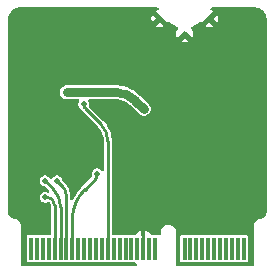
<source format=gbr>
%TF.GenerationSoftware,KiCad,Pcbnew,9.0.0*%
%TF.CreationDate,2025-05-22T16:07:54+04:00*%
%TF.ProjectId,02_03_sensor_IMU_BMI088,30325f30-335f-4736-956e-736f725f494d,rev?*%
%TF.SameCoordinates,Original*%
%TF.FileFunction,Copper,L2,Bot*%
%TF.FilePolarity,Positive*%
%FSLAX46Y46*%
G04 Gerber Fmt 4.6, Leading zero omitted, Abs format (unit mm)*
G04 Created by KiCad (PCBNEW 9.0.0) date 2025-05-22 16:07:54*
%MOMM*%
%LPD*%
G01*
G04 APERTURE LIST*
%TA.AperFunction,SMDPad,CuDef*%
%ADD10R,0.350000X1.950000*%
%TD*%
%TA.AperFunction,ComponentPad*%
%ADD11C,0.454000*%
%TD*%
%TA.AperFunction,ViaPad*%
%ADD12C,0.500000*%
%TD*%
%TA.AperFunction,Conductor*%
%ADD13C,0.250000*%
%TD*%
%TA.AperFunction,Conductor*%
%ADD14C,0.750000*%
%TD*%
G04 APERTURE END LIST*
D10*
%TO.P,J1,2,3.3V*%
%TO.N,+3V3*%
X157501100Y-112840617D03*
%TO.P,J1,4,3.3V_EN*%
%TO.N,/3.3V_EN*%
X157001100Y-112840617D03*
%TO.P,J1,6,~{RESET}*%
%TO.N,+5V*%
X156501100Y-112840617D03*
%TO.P,J1,8,G11*%
%TO.N,/G11-SWO*%
X156001100Y-112840617D03*
%TO.P,J1,10,D0*%
%TO.N,/D0*%
X155501100Y-112840617D03*
%TO.P,J1,12,I2C_SDA*%
%TO.N,unconnected-(J1-I2C_SDA-Pad12)*%
X155001100Y-112840617D03*
%TO.P,J1,14,I2C_SCL*%
%TO.N,unconnected-(J1-I2C_SCL-Pad14)*%
X154501100Y-112840617D03*
%TO.P,J1,16,I2C_~{INT}*%
%TO.N,/I2C_~{INT}*%
X154001100Y-112840617D03*
%TO.P,J1,18,D1/CAM_TRIG*%
%TO.N,/D1-CAM_TRIG*%
X153501100Y-112840617D03*
%TO.P,J1,20,RX2*%
%TO.N,/UART_RX2*%
X153001100Y-112840617D03*
%TO.P,J1,22,TX2*%
%TO.N,/UART_TX2*%
X152501100Y-112840617D03*
%TO.P,J1,32,PWM0*%
%TO.N,/PWM0*%
X150001100Y-112840617D03*
%TO.P,J1,34,A0*%
%TO.N,/A0*%
X149501100Y-112840617D03*
%TO.P,J1,36,GND*%
%TO.N,GND*%
X149001100Y-112840617D03*
%TO.P,J1,38,A1*%
%TO.N,/A1*%
X148501100Y-112840617D03*
%TO.P,J1,40,G0/BUS0*%
%TO.N,/G0*%
X148001100Y-112840617D03*
%TO.P,J1,42,G1/BUS1*%
%TO.N,BMI088_pwr_cyc*%
X147501100Y-112840617D03*
%TO.P,J1,44,G2/BUS2*%
%TO.N,BMI088_INT1_ACCEL*%
X147001100Y-112840617D03*
%TO.P,J1,46,G3/BUS3*%
%TO.N,BMI088_INT3_GYRO*%
X146501100Y-112840617D03*
%TO.P,J1,48,G4/BUS4*%
%TO.N,BMI088_CS_GYRO*%
X146001100Y-112840617D03*
%TO.P,J1,50,AUD_BCLK*%
%TO.N,/AUD_BCLK*%
X145501100Y-112840617D03*
%TO.P,J1,52,AUD_LRCLK*%
%TO.N,/AUD_LRCLK*%
X145001100Y-112840617D03*
%TO.P,J1,54,AUD_IN/CAM_PCLK*%
%TO.N,/AUD_IN-CAM_PCLK*%
X144501100Y-112840617D03*
%TO.P,J1,56,AUD_OUT/CAM_MCLK*%
%TO.N,/AUD_OUT-CAM_MCLK*%
X144001100Y-112840617D03*
%TO.P,J1,58,AUD_MCLK*%
%TO.N,/AUD_MCLK*%
X143501100Y-112840617D03*
%TO.P,J1,60,SPI_SCK1/SDIO_CLK*%
%TO.N,BMI088_MOSI*%
X143001100Y-112840617D03*
%TO.P,J1,62,SPI_SDO1/SDIO_CMD*%
%TO.N,BMI088_MISO*%
X142501100Y-112840617D03*
%TO.P,J1,64,SPI_SDI1/SDIO_DATA0*%
%TO.N,BMI088_SCK*%
X142001100Y-112840617D03*
%TO.P,J1,66,SDIO_DATA1*%
%TO.N,BMI088_CS_ACCEL*%
X141501100Y-112840617D03*
%TO.P,J1,68,SDIO_DATA2*%
%TO.N,/SDIO_DATA2*%
X141001100Y-112840617D03*
%TO.P,J1,70,SPI_~{CS1}/SDIO_DATA3*%
%TO.N,/SDIO_DATA3-~{SPI_CS1}*%
X140501100Y-112840617D03*
%TO.P,J1,72,RTC_3V*%
%TO.N,/RTC_3V_BATT*%
X140001100Y-112840617D03*
%TO.P,J1,74,3.3V*%
%TO.N,+3V3*%
X139501100Y-112840617D03*
D11*
%TO.P,J1,GND1,GND*%
%TO.N,GND*%
X150401100Y-93365617D03*
%TO.P,J1,GND2,GND*%
X152501100Y-94665617D03*
%TO.P,J1,GND3,GND*%
X154601100Y-93365617D03*
%TD*%
D12*
%TO.N,+3V3*%
X142526000Y-99600000D03*
X149048103Y-101028096D03*
%TO.N,BMI088_CS_ACCEL*%
X140700000Y-108500000D03*
%TO.N,BMI088_CS_GYRO*%
X143955000Y-100600000D03*
%TO.N,BMI088_MISO*%
X141700000Y-107100000D03*
%TO.N,BMI088_MOSI*%
X145100000Y-106500000D03*
%TO.N,BMI088_SCK*%
X140700000Y-107100000D03*
%TD*%
D13*
%TO.N,BMI088_CS_GYRO*%
X143955000Y-100727500D02*
G75*
G03*
X144045159Y-100945153I307800J0D01*
G01*
D14*
%TO.N,+3V3*%
X148334055Y-100314048D02*
G75*
G03*
X146610190Y-99600003I-1723855J-1723852D01*
G01*
X149048103Y-101028096D02*
X148334055Y-100314048D01*
X146610190Y-99600000D02*
X142526000Y-99600000D01*
D13*
%TO.N,BMI088_CS_ACCEL*%
X140700000Y-108500000D02*
X140900000Y-108500000D01*
X141300550Y-108700550D02*
X141241421Y-108641421D01*
X141501100Y-109184720D02*
X141501100Y-112840617D01*
X141241421Y-108641421D02*
G75*
G03*
X140900000Y-108499987I-341421J-341379D01*
G01*
X141501100Y-109184720D02*
G75*
G03*
X141300556Y-108700544I-684700J20D01*
G01*
%TO.N,BMI088_CS_GYRO*%
X143955000Y-100600000D02*
X143955000Y-100727500D01*
X146001100Y-103750405D02*
X146001100Y-112840617D01*
X144045156Y-100945156D02*
X145400550Y-102300550D01*
X145400550Y-102300550D02*
G75*
G02*
X146001098Y-103750405I-1449850J-1449850D01*
G01*
%TO.N,BMI088_MISO*%
X142150550Y-107550550D02*
X141800000Y-107200000D01*
X142501100Y-108396852D02*
X142501100Y-112840617D01*
X142150550Y-107550550D02*
G75*
G02*
X142501149Y-108396852I-846250J-846350D01*
G01*
%TO.N,BMI088_MOSI*%
X143001100Y-110383046D02*
X143001100Y-112840617D01*
X144993933Y-106906066D02*
X144050550Y-107849450D01*
X145100000Y-106650000D02*
X145100000Y-106500000D01*
X144050550Y-107849450D02*
G75*
G03*
X143001119Y-110383046I2533550J-2533550D01*
G01*
X144993933Y-106906066D02*
G75*
G03*
X145100009Y-106650000I-256033J256066D01*
G01*
%TO.N,BMI088_SCK*%
X140700000Y-107100000D02*
X141350550Y-107750550D01*
X142001100Y-109321116D02*
X142001100Y-112840617D01*
X142001100Y-109321116D02*
G75*
G03*
X141350555Y-107750545I-2221100J16D01*
G01*
%TD*%
%TA.AperFunction,Conductor*%
%TO.N,GND*%
G36*
X150256125Y-92435802D02*
G01*
X150301880Y-92488606D01*
X150311824Y-92557764D01*
X150282799Y-92621320D01*
X150224021Y-92659094D01*
X150213277Y-92661734D01*
X150189049Y-92666553D01*
X150071678Y-92715168D01*
X150561613Y-93205104D01*
X151051547Y-93695038D01*
X151055949Y-93694162D01*
X151091477Y-93650076D01*
X151157771Y-93628010D01*
X151225470Y-93645288D01*
X151243401Y-93658218D01*
X151419344Y-93810673D01*
X151419350Y-93810677D01*
X151635996Y-93949907D01*
X151636019Y-93949920D01*
X151862774Y-94053475D01*
X151915578Y-94099229D01*
X151935263Y-94166269D01*
X151915579Y-94233308D01*
X151914366Y-94235159D01*
X151856840Y-94321254D01*
X151802038Y-94453558D01*
X151802036Y-94453566D01*
X151774100Y-94594009D01*
X151774100Y-94737224D01*
X151802035Y-94877667D01*
X151802038Y-94877676D01*
X151850650Y-94995037D01*
X152252905Y-94592784D01*
X152314228Y-94559299D01*
X152383920Y-94564283D01*
X152428267Y-94592784D01*
X152430389Y-94594906D01*
X152416324Y-94608972D01*
X152401100Y-94645726D01*
X152401100Y-94685508D01*
X152416324Y-94722262D01*
X152444455Y-94750393D01*
X152481209Y-94765617D01*
X152520991Y-94765617D01*
X152557745Y-94750393D01*
X152585876Y-94722262D01*
X152601100Y-94685508D01*
X152601100Y-94645726D01*
X152585876Y-94608972D01*
X152571810Y-94594906D01*
X152573932Y-94592785D01*
X152635255Y-94559300D01*
X152704947Y-94564284D01*
X152749294Y-94592785D01*
X153151547Y-94995038D01*
X153200161Y-94877675D01*
X153200163Y-94877667D01*
X153228099Y-94737224D01*
X153228100Y-94737221D01*
X153228100Y-94594013D01*
X153228099Y-94594009D01*
X153200163Y-94453566D01*
X153200161Y-94453558D01*
X153145358Y-94321250D01*
X153087834Y-94235159D01*
X153066956Y-94168482D01*
X153085441Y-94101102D01*
X153137420Y-94054412D01*
X153139316Y-94053524D01*
X153221343Y-94016064D01*
X154271677Y-94016064D01*
X154389041Y-94064678D01*
X154389049Y-94064680D01*
X154529492Y-94092616D01*
X154529496Y-94092617D01*
X154672704Y-94092617D01*
X154672707Y-94092616D01*
X154813150Y-94064680D01*
X154813158Y-94064678D01*
X154930521Y-94016064D01*
X154601101Y-93686643D01*
X154601100Y-93686643D01*
X154271677Y-94016064D01*
X153221343Y-94016064D01*
X153366192Y-93949914D01*
X153582856Y-93810673D01*
X153758800Y-93658216D01*
X153822353Y-93629193D01*
X153891511Y-93639136D01*
X153944315Y-93684891D01*
X153949503Y-93694810D01*
X153950650Y-93695038D01*
X154299964Y-93345726D01*
X154501100Y-93345726D01*
X154501100Y-93385508D01*
X154516324Y-93422262D01*
X154544455Y-93450393D01*
X154581209Y-93465617D01*
X154620991Y-93465617D01*
X154657745Y-93450393D01*
X154685876Y-93422262D01*
X154701100Y-93385508D01*
X154701100Y-93365616D01*
X154922126Y-93365616D01*
X154922126Y-93365617D01*
X155251547Y-93695038D01*
X155300161Y-93577675D01*
X155300163Y-93577667D01*
X155328099Y-93437224D01*
X155328100Y-93437221D01*
X155328100Y-93294013D01*
X155328099Y-93294009D01*
X155300163Y-93153566D01*
X155300161Y-93153558D01*
X155251547Y-93036194D01*
X154922126Y-93365616D01*
X154701100Y-93365616D01*
X154701100Y-93345726D01*
X154685876Y-93308972D01*
X154657745Y-93280841D01*
X154620991Y-93265617D01*
X154581209Y-93265617D01*
X154544455Y-93280841D01*
X154516324Y-93308972D01*
X154501100Y-93345726D01*
X154299964Y-93345726D01*
X154419117Y-93226574D01*
X154440587Y-93205104D01*
X154930521Y-92715168D01*
X154813159Y-92666555D01*
X154813150Y-92666553D01*
X154788923Y-92661734D01*
X154727012Y-92629350D01*
X154692438Y-92568634D01*
X154696177Y-92498865D01*
X154737043Y-92442192D01*
X154802061Y-92416611D01*
X154813114Y-92416117D01*
X158493234Y-92416117D01*
X158506716Y-92416852D01*
X158537216Y-92420187D01*
X158653104Y-92432863D01*
X158673654Y-92436890D01*
X158811775Y-92476317D01*
X158831349Y-92483743D01*
X158960838Y-92545843D01*
X158960865Y-92545856D01*
X158978917Y-92556475D01*
X159067068Y-92618914D01*
X159096114Y-92639488D01*
X159096133Y-92639501D01*
X159112142Y-92653009D01*
X159213701Y-92754570D01*
X159227208Y-92770578D01*
X159310233Y-92887796D01*
X159320852Y-92905850D01*
X159382957Y-93035356D01*
X159390387Y-93054939D01*
X159429813Y-93193063D01*
X159433840Y-93213617D01*
X159449865Y-93360146D01*
X159450600Y-93373627D01*
X159450600Y-109755872D01*
X159449451Y-109772714D01*
X159435814Y-109872185D01*
X159429333Y-109898169D01*
X159396341Y-109987818D01*
X159384432Y-110011804D01*
X159379611Y-110019341D01*
X159332964Y-110092274D01*
X159316183Y-110113144D01*
X159248633Y-110180692D01*
X159227763Y-110197471D01*
X159147286Y-110248941D01*
X159123298Y-110260850D01*
X159033656Y-110293836D01*
X159007671Y-110300317D01*
X158906155Y-110314230D01*
X158892791Y-110315329D01*
X158872130Y-110315907D01*
X158864324Y-110317542D01*
X158838078Y-110319407D01*
X158838072Y-110319408D01*
X158723484Y-110352555D01*
X158618415Y-110409056D01*
X158618407Y-110409062D01*
X158527573Y-110486380D01*
X158455019Y-110581074D01*
X158455018Y-110581076D01*
X158403992Y-110688904D01*
X158388678Y-110754259D01*
X158376775Y-110805053D01*
X158376007Y-110844291D01*
X158375600Y-110844699D01*
X158375600Y-110865177D01*
X158375590Y-110865687D01*
X158375579Y-110866282D01*
X158375579Y-110866318D01*
X158375020Y-110896650D01*
X158375600Y-110900539D01*
X158375600Y-114191117D01*
X158355915Y-114258156D01*
X158303111Y-114303911D01*
X158251600Y-114315117D01*
X151900600Y-114315117D01*
X151833561Y-114295432D01*
X151787806Y-114242628D01*
X151776600Y-114191117D01*
X151776600Y-111845864D01*
X152125600Y-111845864D01*
X152125600Y-113835369D01*
X152137231Y-113893846D01*
X152137232Y-113893847D01*
X152181547Y-113960169D01*
X152247869Y-114004484D01*
X152247870Y-114004485D01*
X152306347Y-114016116D01*
X152306350Y-114016117D01*
X152306352Y-114016117D01*
X152695851Y-114016117D01*
X152719479Y-114011416D01*
X152726905Y-114009939D01*
X152775295Y-114009939D01*
X152782720Y-114011416D01*
X152806349Y-114016117D01*
X152806352Y-114016117D01*
X153195851Y-114016117D01*
X153219479Y-114011416D01*
X153226905Y-114009939D01*
X153275295Y-114009939D01*
X153282720Y-114011416D01*
X153306349Y-114016117D01*
X153306352Y-114016117D01*
X153695851Y-114016117D01*
X153719479Y-114011416D01*
X153726905Y-114009939D01*
X153775295Y-114009939D01*
X153782720Y-114011416D01*
X153806349Y-114016117D01*
X153806352Y-114016117D01*
X154195851Y-114016117D01*
X154219479Y-114011416D01*
X154226905Y-114009939D01*
X154275295Y-114009939D01*
X154282720Y-114011416D01*
X154306349Y-114016117D01*
X154306352Y-114016117D01*
X154695851Y-114016117D01*
X154719479Y-114011416D01*
X154726905Y-114009939D01*
X154775295Y-114009939D01*
X154782720Y-114011416D01*
X154806349Y-114016117D01*
X154806352Y-114016117D01*
X155195851Y-114016117D01*
X155219479Y-114011416D01*
X155226905Y-114009939D01*
X155275295Y-114009939D01*
X155282720Y-114011416D01*
X155306349Y-114016117D01*
X155306352Y-114016117D01*
X155695851Y-114016117D01*
X155719479Y-114011416D01*
X155726905Y-114009939D01*
X155775295Y-114009939D01*
X155782720Y-114011416D01*
X155806349Y-114016117D01*
X155806352Y-114016117D01*
X156195851Y-114016117D01*
X156219479Y-114011416D01*
X156226905Y-114009939D01*
X156275295Y-114009939D01*
X156282720Y-114011416D01*
X156306349Y-114016117D01*
X156306352Y-114016117D01*
X156695851Y-114016117D01*
X156719479Y-114011416D01*
X156726905Y-114009939D01*
X156775295Y-114009939D01*
X156782720Y-114011416D01*
X156806349Y-114016117D01*
X156806352Y-114016117D01*
X157195851Y-114016117D01*
X157219479Y-114011416D01*
X157226905Y-114009939D01*
X157275295Y-114009939D01*
X157282720Y-114011416D01*
X157306349Y-114016117D01*
X157306352Y-114016117D01*
X157695850Y-114016117D01*
X157695851Y-114016116D01*
X157710668Y-114013169D01*
X157754329Y-114004485D01*
X157754329Y-114004484D01*
X157754331Y-114004484D01*
X157820652Y-113960169D01*
X157864967Y-113893848D01*
X157864967Y-113893846D01*
X157864968Y-113893846D01*
X157876599Y-113835369D01*
X157876600Y-113835367D01*
X157876600Y-111845866D01*
X157876599Y-111845864D01*
X157864968Y-111787387D01*
X157864967Y-111787386D01*
X157820652Y-111721064D01*
X157754330Y-111676749D01*
X157754329Y-111676748D01*
X157695852Y-111665117D01*
X157695848Y-111665117D01*
X157306352Y-111665117D01*
X157306351Y-111665117D01*
X157275288Y-111671295D01*
X157226912Y-111671295D01*
X157195849Y-111665117D01*
X157195848Y-111665117D01*
X156806352Y-111665117D01*
X156806351Y-111665117D01*
X156775288Y-111671295D01*
X156726912Y-111671295D01*
X156695849Y-111665117D01*
X156695848Y-111665117D01*
X156306352Y-111665117D01*
X156306351Y-111665117D01*
X156275288Y-111671295D01*
X156226912Y-111671295D01*
X156195849Y-111665117D01*
X156195848Y-111665117D01*
X155806352Y-111665117D01*
X155806351Y-111665117D01*
X155775288Y-111671295D01*
X155726912Y-111671295D01*
X155695849Y-111665117D01*
X155695848Y-111665117D01*
X155306352Y-111665117D01*
X155306351Y-111665117D01*
X155275288Y-111671295D01*
X155226912Y-111671295D01*
X155195849Y-111665117D01*
X155195848Y-111665117D01*
X154806352Y-111665117D01*
X154806351Y-111665117D01*
X154775288Y-111671295D01*
X154726912Y-111671295D01*
X154695849Y-111665117D01*
X154695848Y-111665117D01*
X154306352Y-111665117D01*
X154306351Y-111665117D01*
X154275288Y-111671295D01*
X154226912Y-111671295D01*
X154195849Y-111665117D01*
X154195848Y-111665117D01*
X153806352Y-111665117D01*
X153806351Y-111665117D01*
X153775288Y-111671295D01*
X153726912Y-111671295D01*
X153695849Y-111665117D01*
X153695848Y-111665117D01*
X153306352Y-111665117D01*
X153306351Y-111665117D01*
X153275288Y-111671295D01*
X153226912Y-111671295D01*
X153195849Y-111665117D01*
X153195848Y-111665117D01*
X152806352Y-111665117D01*
X152806351Y-111665117D01*
X152775288Y-111671295D01*
X152726912Y-111671295D01*
X152695849Y-111665117D01*
X152695848Y-111665117D01*
X152306352Y-111665117D01*
X152306347Y-111665117D01*
X152247870Y-111676748D01*
X152247869Y-111676749D01*
X152181547Y-111721064D01*
X152137232Y-111787386D01*
X152137231Y-111787387D01*
X152125600Y-111845864D01*
X151776600Y-111845864D01*
X151776600Y-111392323D01*
X151776599Y-111392319D01*
X151770504Y-111365617D01*
X151743981Y-111249411D01*
X151680379Y-111117340D01*
X151667532Y-111101231D01*
X151654618Y-111085037D01*
X151588983Y-111002734D01*
X151523346Y-110950390D01*
X151474379Y-110911339D01*
X151474376Y-110911337D01*
X151342309Y-110847737D01*
X151342307Y-110847736D01*
X151342306Y-110847736D01*
X151297254Y-110837453D01*
X151199397Y-110815117D01*
X151199394Y-110815117D01*
X151052806Y-110815117D01*
X151052802Y-110815117D01*
X150909890Y-110847737D01*
X150777823Y-110911337D01*
X150777820Y-110911339D01*
X150663217Y-111002734D01*
X150571822Y-111117337D01*
X150571820Y-111117340D01*
X150508220Y-111249407D01*
X150475600Y-111392319D01*
X150475600Y-111592609D01*
X150455915Y-111659648D01*
X150403111Y-111705403D01*
X150333953Y-111715347D01*
X150282710Y-111695712D01*
X150265080Y-111683932D01*
X150254331Y-111676750D01*
X150254330Y-111676749D01*
X150254329Y-111676749D01*
X150254329Y-111676748D01*
X150195852Y-111665117D01*
X150195848Y-111665117D01*
X149806352Y-111665117D01*
X149806351Y-111665117D01*
X149775288Y-111671295D01*
X149767053Y-111671300D01*
X149762330Y-111673167D01*
X149727549Y-111671328D01*
X149727084Y-111671329D01*
X149726378Y-111671189D01*
X149695848Y-111665117D01*
X149695617Y-111665117D01*
X149689493Y-111663908D01*
X149663592Y-111650407D01*
X149636509Y-111639452D01*
X149630266Y-111633035D01*
X149627535Y-111631612D01*
X149625619Y-111628260D01*
X149614243Y-111616567D01*
X149533290Y-111508429D01*
X149533287Y-111508426D01*
X149418193Y-111422266D01*
X149418186Y-111422262D01*
X149283479Y-111372020D01*
X149283472Y-111372018D01*
X149223944Y-111365617D01*
X149176100Y-111365617D01*
X149176100Y-111691603D01*
X149173549Y-111700288D01*
X149174838Y-111709250D01*
X149158065Y-111753021D01*
X149156415Y-111758642D01*
X149155661Y-111759294D01*
X149155202Y-111760494D01*
X149137233Y-111787386D01*
X149137231Y-111787390D01*
X149125600Y-111845864D01*
X149125600Y-112716617D01*
X149123049Y-112725302D01*
X149124338Y-112734264D01*
X149113359Y-112758304D01*
X149105915Y-112783656D01*
X149099074Y-112789583D01*
X149095313Y-112797820D01*
X149073078Y-112812109D01*
X149053111Y-112829411D01*
X149042596Y-112831698D01*
X149036535Y-112835594D01*
X149001600Y-112840617D01*
X149000600Y-112840617D01*
X148933561Y-112820932D01*
X148887806Y-112768128D01*
X148876600Y-112716617D01*
X148876600Y-111845866D01*
X148876599Y-111845864D01*
X148864968Y-111787390D01*
X148864967Y-111787389D01*
X148864967Y-111787386D01*
X148846997Y-111760493D01*
X148843960Y-111750793D01*
X148837306Y-111743114D01*
X148833697Y-111718014D01*
X148826120Y-111693816D01*
X148826100Y-111691603D01*
X148826100Y-111365617D01*
X148778255Y-111365617D01*
X148718727Y-111372018D01*
X148718720Y-111372020D01*
X148584013Y-111422262D01*
X148584006Y-111422266D01*
X148468912Y-111508426D01*
X148387956Y-111616568D01*
X148365880Y-111633092D01*
X148346007Y-111652214D01*
X148336583Y-111655023D01*
X148332022Y-111658438D01*
X148312706Y-111663908D01*
X148306582Y-111665117D01*
X148306352Y-111665117D01*
X148275824Y-111671189D01*
X148275116Y-111671329D01*
X148274742Y-111671295D01*
X148226912Y-111671295D01*
X148195849Y-111665117D01*
X148195848Y-111665117D01*
X147806352Y-111665117D01*
X147806351Y-111665117D01*
X147775288Y-111671295D01*
X147726912Y-111671295D01*
X147695849Y-111665117D01*
X147695848Y-111665117D01*
X147306352Y-111665117D01*
X147306351Y-111665117D01*
X147275288Y-111671295D01*
X147226912Y-111671295D01*
X147195849Y-111665117D01*
X147195848Y-111665117D01*
X146806352Y-111665117D01*
X146806351Y-111665117D01*
X146775288Y-111671295D01*
X146726912Y-111671295D01*
X146695849Y-111665117D01*
X146695848Y-111665117D01*
X146450600Y-111665117D01*
X146383561Y-111645432D01*
X146337806Y-111592628D01*
X146326600Y-111541117D01*
X146326600Y-103698520D01*
X146326597Y-103698480D01*
X146326598Y-103616978D01*
X146296720Y-103351800D01*
X146237339Y-103091634D01*
X146149203Y-102839753D01*
X146033419Y-102599325D01*
X145891443Y-102373371D01*
X145725061Y-102164735D01*
X145630713Y-102070387D01*
X145594259Y-102033933D01*
X144416845Y-100856518D01*
X144383360Y-100795195D01*
X144384751Y-100736743D01*
X144405500Y-100659309D01*
X144405500Y-100540691D01*
X144374799Y-100426114D01*
X144337493Y-100361500D01*
X144321021Y-100293601D01*
X144343873Y-100227574D01*
X144398794Y-100184383D01*
X144444881Y-100175500D01*
X146540314Y-100175500D01*
X146606126Y-100175500D01*
X146614235Y-100175765D01*
X146845193Y-100190901D01*
X146861252Y-100193016D01*
X147084255Y-100237374D01*
X147099910Y-100241569D01*
X147315215Y-100314655D01*
X147330187Y-100320856D01*
X147527128Y-100417976D01*
X147534109Y-100421419D01*
X147548157Y-100429529D01*
X147737203Y-100555846D01*
X147750067Y-100565717D01*
X147924027Y-100718275D01*
X147929949Y-100723822D01*
X148694737Y-101488610D01*
X148825968Y-101564377D01*
X148972336Y-101603596D01*
X148972338Y-101603596D01*
X149123867Y-101603596D01*
X149123869Y-101603596D01*
X149270238Y-101564377D01*
X149401468Y-101488610D01*
X149508617Y-101381461D01*
X149584384Y-101250231D01*
X149623603Y-101103862D01*
X149623603Y-100952329D01*
X149584384Y-100805961D01*
X149508617Y-100674730D01*
X148777316Y-99943429D01*
X148777312Y-99943422D01*
X148740996Y-99907106D01*
X148740997Y-99907106D01*
X148636317Y-99802426D01*
X148407445Y-99614595D01*
X148407440Y-99614592D01*
X148407427Y-99614582D01*
X148161273Y-99450108D01*
X148161264Y-99450103D01*
X147900152Y-99310535D01*
X147900140Y-99310530D01*
X147626608Y-99197229D01*
X147343262Y-99111278D01*
X147343251Y-99111275D01*
X147052886Y-99053520D01*
X147052881Y-99053519D01*
X147052878Y-99053518D01*
X147052868Y-99053517D01*
X146843978Y-99032945D01*
X146758227Y-99024500D01*
X146685956Y-99024500D01*
X142450234Y-99024500D01*
X142303863Y-99063719D01*
X142172635Y-99139485D01*
X142172632Y-99139487D01*
X142065487Y-99246632D01*
X142065485Y-99246635D01*
X141989719Y-99377863D01*
X141950500Y-99524234D01*
X141950500Y-99675765D01*
X141989719Y-99822136D01*
X142027602Y-99887750D01*
X142065485Y-99953365D01*
X142172635Y-100060515D01*
X142303865Y-100136281D01*
X142450234Y-100175500D01*
X143465119Y-100175500D01*
X143532158Y-100195185D01*
X143577913Y-100247989D01*
X143587857Y-100317147D01*
X143572506Y-100361499D01*
X143535201Y-100426114D01*
X143504500Y-100540691D01*
X143504500Y-100659309D01*
X143535201Y-100773886D01*
X143594511Y-100876613D01*
X143594513Y-100876615D01*
X143653159Y-100935261D01*
X143670532Y-100957066D01*
X143676058Y-100965878D01*
X143701580Y-101027491D01*
X143770891Y-101131219D01*
X143784691Y-101145018D01*
X143794613Y-101154940D01*
X143794614Y-101154941D01*
X145133933Y-102494259D01*
X145167496Y-102527822D01*
X145173043Y-102533744D01*
X145313794Y-102694239D01*
X145323668Y-102707108D01*
X145439989Y-102881196D01*
X145448099Y-102895242D01*
X145540701Y-103083018D01*
X145546909Y-103098004D01*
X145614212Y-103296277D01*
X145618409Y-103311943D01*
X145659254Y-103517280D01*
X145661372Y-103533362D01*
X145672788Y-103707552D01*
X145675335Y-103746402D01*
X145675600Y-103754512D01*
X145675600Y-106139136D01*
X145655915Y-106206175D01*
X145603111Y-106251930D01*
X145533953Y-106261874D01*
X145470397Y-106232849D01*
X145463919Y-106226817D01*
X145376615Y-106139513D01*
X145376613Y-106139511D01*
X145273886Y-106080201D01*
X145159309Y-106049500D01*
X145040691Y-106049500D01*
X144926114Y-106080201D01*
X144926112Y-106080201D01*
X144926112Y-106080202D01*
X144823387Y-106139511D01*
X144823384Y-106139513D01*
X144739513Y-106223384D01*
X144739511Y-106223387D01*
X144723032Y-106251930D01*
X144680201Y-106326114D01*
X144649500Y-106440691D01*
X144649500Y-106559309D01*
X144673667Y-106649500D01*
X144679758Y-106672231D01*
X144678095Y-106742081D01*
X144647664Y-106792006D01*
X143856720Y-107582954D01*
X143856658Y-107582987D01*
X143699712Y-107739933D01*
X143699706Y-107739939D01*
X143699704Y-107739942D01*
X143665481Y-107780728D01*
X143480314Y-108001401D01*
X143284555Y-108280974D01*
X143113905Y-108576554D01*
X143113897Y-108576571D01*
X143062982Y-108685760D01*
X143057326Y-108692183D01*
X143054915Y-108700395D01*
X143034588Y-108718008D01*
X143016810Y-108738200D01*
X143008577Y-108740546D01*
X143002111Y-108746150D01*
X142975487Y-108749978D01*
X142949617Y-108757352D01*
X142941424Y-108754875D01*
X142932953Y-108756094D01*
X142908485Y-108744919D01*
X142882735Y-108737137D01*
X142877181Y-108730624D01*
X142869397Y-108727069D01*
X142854853Y-108704438D01*
X142837401Y-108683971D01*
X142835263Y-108673956D01*
X142831623Y-108668291D01*
X142826600Y-108633356D01*
X142826600Y-108458397D01*
X142826601Y-108458372D01*
X142826601Y-108448396D01*
X142826602Y-108448393D01*
X142826601Y-108448254D01*
X142826650Y-108448087D01*
X142826643Y-108297059D01*
X142821835Y-108260553D01*
X142800586Y-108099200D01*
X142748926Y-107906438D01*
X142672547Y-107722068D01*
X142672544Y-107722063D01*
X142672543Y-107722060D01*
X142572756Y-107549245D01*
X142550157Y-107519797D01*
X142451259Y-107390927D01*
X142385965Y-107325639D01*
X142380699Y-107320373D01*
X142380700Y-107320373D01*
X142374063Y-107313737D01*
X142186819Y-107126492D01*
X142153334Y-107065169D01*
X142151568Y-107048749D01*
X142151561Y-107048751D01*
X142150500Y-107040694D01*
X142150500Y-107040693D01*
X142150500Y-107040691D01*
X142119799Y-106926114D01*
X142060489Y-106823387D01*
X141976613Y-106739511D01*
X141873886Y-106680201D01*
X141759309Y-106649500D01*
X141640691Y-106649500D01*
X141526114Y-106680201D01*
X141526112Y-106680201D01*
X141526112Y-106680202D01*
X141423387Y-106739511D01*
X141423384Y-106739513D01*
X141339513Y-106823384D01*
X141339511Y-106823387D01*
X141307387Y-106879027D01*
X141256819Y-106927242D01*
X141188212Y-106940464D01*
X141123347Y-106914496D01*
X141092613Y-106879027D01*
X141060489Y-106823387D01*
X140976613Y-106739511D01*
X140873886Y-106680201D01*
X140759309Y-106649500D01*
X140640691Y-106649500D01*
X140526114Y-106680201D01*
X140526112Y-106680201D01*
X140526112Y-106680202D01*
X140423387Y-106739511D01*
X140423384Y-106739513D01*
X140339513Y-106823384D01*
X140339511Y-106823387D01*
X140280201Y-106926114D01*
X140249500Y-107040691D01*
X140249500Y-107159309D01*
X140280201Y-107273886D01*
X140339511Y-107376613D01*
X140423387Y-107460489D01*
X140526114Y-107519799D01*
X140640691Y-107550500D01*
X140640694Y-107550500D01*
X140648751Y-107551561D01*
X140648515Y-107553349D01*
X140705850Y-107570185D01*
X140726492Y-107586819D01*
X140883947Y-107744274D01*
X141026499Y-107886825D01*
X141059984Y-107948148D01*
X141055000Y-108017839D01*
X141013129Y-108073773D01*
X140947664Y-108098190D01*
X140879391Y-108083338D01*
X140876819Y-108081894D01*
X140873888Y-108080202D01*
X140873887Y-108080201D01*
X140873886Y-108080201D01*
X140759309Y-108049500D01*
X140640691Y-108049500D01*
X140526114Y-108080201D01*
X140526112Y-108080201D01*
X140526112Y-108080202D01*
X140423387Y-108139511D01*
X140423384Y-108139513D01*
X140339513Y-108223384D01*
X140339511Y-108223387D01*
X140280201Y-108326114D01*
X140249500Y-108440691D01*
X140249500Y-108559309D01*
X140280201Y-108673886D01*
X140339511Y-108776613D01*
X140423387Y-108860489D01*
X140526114Y-108919799D01*
X140640691Y-108950500D01*
X140640694Y-108950500D01*
X140759306Y-108950500D01*
X140759309Y-108950500D01*
X140873886Y-108919799D01*
X140909141Y-108899443D01*
X140936204Y-108892877D01*
X140962295Y-108883146D01*
X140969685Y-108884753D01*
X140977036Y-108882970D01*
X141003355Y-108892078D01*
X141030568Y-108897998D01*
X141039256Y-108904502D01*
X141043064Y-108905820D01*
X141058822Y-108919149D01*
X141064633Y-108924960D01*
X141075328Y-108937155D01*
X141117532Y-108992157D01*
X141133717Y-109020190D01*
X141157106Y-109076656D01*
X141165484Y-109107925D01*
X141174539Y-109176722D01*
X141175599Y-109192901D01*
X141175599Y-109214955D01*
X141175599Y-109236265D01*
X141175599Y-109236267D01*
X141175600Y-109246259D01*
X141175600Y-111541117D01*
X141155915Y-111608156D01*
X141103111Y-111653911D01*
X141051600Y-111665117D01*
X140806351Y-111665117D01*
X140775288Y-111671295D01*
X140726912Y-111671295D01*
X140695849Y-111665117D01*
X140695848Y-111665117D01*
X140306352Y-111665117D01*
X140306351Y-111665117D01*
X140275288Y-111671295D01*
X140226912Y-111671295D01*
X140195849Y-111665117D01*
X140195848Y-111665117D01*
X139806352Y-111665117D01*
X139806351Y-111665117D01*
X139775288Y-111671295D01*
X139726912Y-111671295D01*
X139695849Y-111665117D01*
X139695848Y-111665117D01*
X139306352Y-111665117D01*
X139306347Y-111665117D01*
X139247870Y-111676748D01*
X139247869Y-111676749D01*
X139181547Y-111721064D01*
X139137232Y-111787386D01*
X139137231Y-111787387D01*
X139125600Y-111845864D01*
X139125600Y-113835369D01*
X139137231Y-113893846D01*
X139137232Y-113893847D01*
X139181547Y-113960169D01*
X139247869Y-114004484D01*
X139247870Y-114004485D01*
X139306347Y-114016116D01*
X139306350Y-114016117D01*
X139306352Y-114016117D01*
X139695851Y-114016117D01*
X139719479Y-114011416D01*
X139726905Y-114009939D01*
X139775295Y-114009939D01*
X139782720Y-114011416D01*
X139806349Y-114016117D01*
X139806352Y-114016117D01*
X140195851Y-114016117D01*
X140219479Y-114011416D01*
X140226905Y-114009939D01*
X140275295Y-114009939D01*
X140282720Y-114011416D01*
X140306349Y-114016117D01*
X140306352Y-114016117D01*
X140695851Y-114016117D01*
X140719479Y-114011416D01*
X140726905Y-114009939D01*
X140775295Y-114009939D01*
X140782720Y-114011416D01*
X140806349Y-114016117D01*
X140806352Y-114016117D01*
X141195851Y-114016117D01*
X141219479Y-114011416D01*
X141226905Y-114009939D01*
X141275295Y-114009939D01*
X141282720Y-114011416D01*
X141306349Y-114016117D01*
X141306352Y-114016117D01*
X141695851Y-114016117D01*
X141719479Y-114011416D01*
X141726905Y-114009939D01*
X141775295Y-114009939D01*
X141782720Y-114011416D01*
X141806349Y-114016117D01*
X141806352Y-114016117D01*
X142195851Y-114016117D01*
X142219479Y-114011416D01*
X142226905Y-114009939D01*
X142275295Y-114009939D01*
X142282720Y-114011416D01*
X142306349Y-114016117D01*
X142306352Y-114016117D01*
X142695851Y-114016117D01*
X142719479Y-114011416D01*
X142726905Y-114009939D01*
X142775295Y-114009939D01*
X142782720Y-114011416D01*
X142806349Y-114016117D01*
X142806352Y-114016117D01*
X143195851Y-114016117D01*
X143219479Y-114011416D01*
X143226905Y-114009939D01*
X143275295Y-114009939D01*
X143282720Y-114011416D01*
X143306349Y-114016117D01*
X143306352Y-114016117D01*
X143695851Y-114016117D01*
X143719479Y-114011416D01*
X143726905Y-114009939D01*
X143775295Y-114009939D01*
X143782720Y-114011416D01*
X143806349Y-114016117D01*
X143806352Y-114016117D01*
X144195851Y-114016117D01*
X144219479Y-114011416D01*
X144226905Y-114009939D01*
X144275295Y-114009939D01*
X144282720Y-114011416D01*
X144306349Y-114016117D01*
X144306352Y-114016117D01*
X144695851Y-114016117D01*
X144719479Y-114011416D01*
X144726905Y-114009939D01*
X144775295Y-114009939D01*
X144782720Y-114011416D01*
X144806349Y-114016117D01*
X144806352Y-114016117D01*
X145195851Y-114016117D01*
X145219479Y-114011416D01*
X145226905Y-114009939D01*
X145275295Y-114009939D01*
X145282720Y-114011416D01*
X145306349Y-114016117D01*
X145306352Y-114016117D01*
X145695851Y-114016117D01*
X145719479Y-114011416D01*
X145726905Y-114009939D01*
X145775295Y-114009939D01*
X145782720Y-114011416D01*
X145806349Y-114016117D01*
X145806352Y-114016117D01*
X146195851Y-114016117D01*
X146219479Y-114011416D01*
X146226905Y-114009939D01*
X146275295Y-114009939D01*
X146282720Y-114011416D01*
X146306349Y-114016117D01*
X146306352Y-114016117D01*
X146695851Y-114016117D01*
X146719479Y-114011416D01*
X146726905Y-114009939D01*
X146775295Y-114009939D01*
X146782720Y-114011416D01*
X146806349Y-114016117D01*
X146806352Y-114016117D01*
X147195851Y-114016117D01*
X147219479Y-114011416D01*
X147226905Y-114009939D01*
X147275295Y-114009939D01*
X147282720Y-114011416D01*
X147306349Y-114016117D01*
X147306352Y-114016117D01*
X147695851Y-114016117D01*
X147719479Y-114011416D01*
X147726905Y-114009939D01*
X147775295Y-114009939D01*
X147782720Y-114011416D01*
X147806349Y-114016117D01*
X147806352Y-114016117D01*
X148195851Y-114016117D01*
X148219479Y-114011416D01*
X148226904Y-114009938D01*
X148235142Y-114009932D01*
X148239873Y-114008064D01*
X148274622Y-114009903D01*
X148275114Y-114009903D01*
X148306352Y-114016117D01*
X148306592Y-114016117D01*
X148312710Y-114017325D01*
X148338501Y-114030769D01*
X148365484Y-114041617D01*
X148371867Y-114048163D01*
X148374667Y-114049623D01*
X148376615Y-114053032D01*
X148387958Y-114064666D01*
X148426990Y-114116806D01*
X148451407Y-114182270D01*
X148436556Y-114250543D01*
X148387151Y-114299949D01*
X148327723Y-114315117D01*
X138750600Y-114315117D01*
X138683561Y-114295432D01*
X138637806Y-114242628D01*
X138626600Y-114191117D01*
X138626600Y-110881241D01*
X138627044Y-110880593D01*
X138626600Y-110864897D01*
X138626600Y-110844699D01*
X138626600Y-110826203D01*
X138625358Y-110820392D01*
X138624921Y-110804774D01*
X138596979Y-110689222D01*
X138545670Y-110581983D01*
X138473227Y-110487723D01*
X138382803Y-110410546D01*
X138278333Y-110353810D01*
X138278331Y-110353809D01*
X138278326Y-110353807D01*
X138164368Y-110319986D01*
X138164370Y-110319986D01*
X138164365Y-110319985D01*
X138164363Y-110319984D01*
X138164360Y-110319984D01*
X138138070Y-110317895D01*
X138137667Y-110317863D01*
X138119954Y-110316397D01*
X138118915Y-110315596D01*
X138105852Y-110315230D01*
X138102491Y-110314952D01*
X138101888Y-110314719D01*
X138095880Y-110314225D01*
X137994523Y-110300333D01*
X137968538Y-110293853D01*
X137878887Y-110260863D01*
X137854901Y-110248955D01*
X137774423Y-110197486D01*
X137753555Y-110180709D01*
X137685997Y-110113152D01*
X137669222Y-110092288D01*
X137647110Y-110057716D01*
X137617750Y-110011811D01*
X137605842Y-109987826D01*
X137572848Y-109898172D01*
X137566367Y-109872187D01*
X137552749Y-109772844D01*
X137551600Y-109756003D01*
X137551600Y-95316064D01*
X152171677Y-95316064D01*
X152289041Y-95364678D01*
X152289049Y-95364680D01*
X152429492Y-95392616D01*
X152429496Y-95392617D01*
X152572704Y-95392617D01*
X152572707Y-95392616D01*
X152713150Y-95364680D01*
X152713158Y-95364678D01*
X152830521Y-95316064D01*
X152501101Y-94986643D01*
X152501100Y-94986643D01*
X152171677Y-95316064D01*
X137551600Y-95316064D01*
X137551600Y-94016064D01*
X150071677Y-94016064D01*
X150189041Y-94064678D01*
X150189049Y-94064680D01*
X150329492Y-94092616D01*
X150329496Y-94092617D01*
X150472704Y-94092617D01*
X150472707Y-94092616D01*
X150613150Y-94064680D01*
X150613158Y-94064678D01*
X150730521Y-94016064D01*
X150401101Y-93686643D01*
X150401100Y-93686643D01*
X150071677Y-94016064D01*
X137551600Y-94016064D01*
X137551600Y-93373470D01*
X137552335Y-93359989D01*
X137559551Y-93294009D01*
X149674100Y-93294009D01*
X149674100Y-93437224D01*
X149702035Y-93577667D01*
X149702038Y-93577676D01*
X149750650Y-93695037D01*
X150080073Y-93365617D01*
X150060182Y-93345726D01*
X150301100Y-93345726D01*
X150301100Y-93385508D01*
X150316324Y-93422262D01*
X150344455Y-93450393D01*
X150381209Y-93465617D01*
X150420991Y-93465617D01*
X150457745Y-93450393D01*
X150485876Y-93422262D01*
X150501100Y-93385508D01*
X150501100Y-93345726D01*
X150485876Y-93308972D01*
X150457745Y-93280841D01*
X150420991Y-93265617D01*
X150381209Y-93265617D01*
X150344455Y-93280841D01*
X150316324Y-93308972D01*
X150301100Y-93345726D01*
X150060182Y-93345726D01*
X149750651Y-93036195D01*
X149702036Y-93153566D01*
X149702035Y-93153566D01*
X149674100Y-93294009D01*
X137559551Y-93294009D01*
X137561691Y-93274441D01*
X137561691Y-93274440D01*
X137568343Y-93213615D01*
X137572370Y-93193061D01*
X137583643Y-93153566D01*
X137611797Y-93054931D01*
X137619223Y-93035356D01*
X137681335Y-92905836D01*
X137691953Y-92887786D01*
X137774980Y-92770565D01*
X137788478Y-92754566D01*
X137890053Y-92652989D01*
X137906048Y-92639493D01*
X138023275Y-92556459D01*
X138041318Y-92545845D01*
X138170846Y-92483726D01*
X138190415Y-92476302D01*
X138328541Y-92436873D01*
X138349091Y-92432846D01*
X138495327Y-92416851D01*
X138508809Y-92416117D01*
X150189086Y-92416117D01*
X150256125Y-92435802D01*
G37*
%TD.AperFunction*%
%TD*%
M02*

</source>
